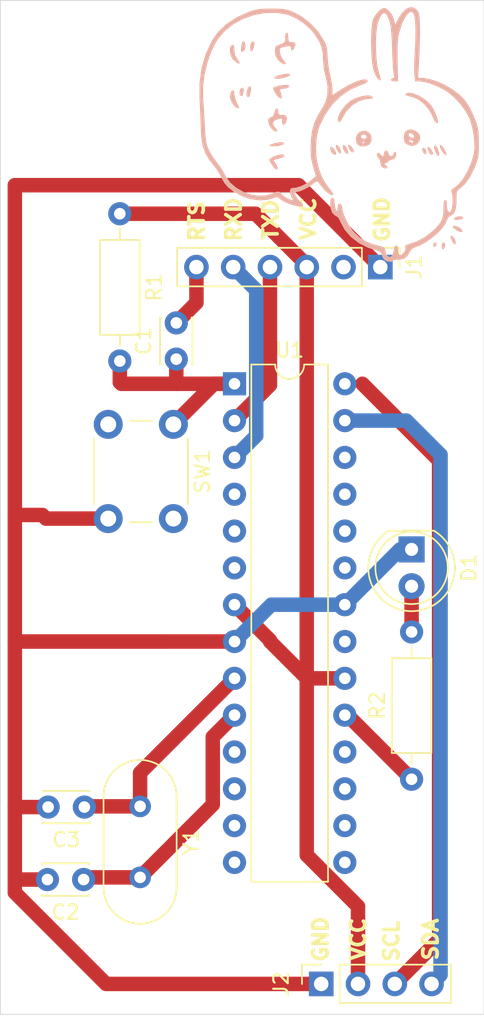
<source format=kicad_pcb>
(kicad_pcb (version 20240108) (generator "pcbnew") (generator_version "8.0")
  (layers (0 "F.Cu" signal) (31 "B.Cu" signal) (34 "B.Paste" user) (35 "F.Paste" user) (36 "B.SilkS" user "B.Silkscreen") (37 "F.SilkS" user "F.Silkscreen") (38 "B.Mask" user) (39 "F.Mask" user) (44 "Edge.Cuts" user))
  (net 0 "")
  (net 1 "Net-(U1-~{RESET}{slash}PC6)")
  (net 2 "Net-(U1-XTAL2{slash}PB7)")
  (net 3 "GND")
  (net 4 "Net-(U1-XTAL1{slash}PB6)")
  (net 5 "Net-(D1-A)")
  (net 6 "VCC")
  (net 7 "Net-(J2-Pin_3)")
  (net 9 "Net-(J2-Pin_4)")
  (net 20 "Net-(J1-Pin_6)")
  (net 21 "Net-(J1-Pin_5)")
  (net 22 "Net-(J1-Pin_4)")
  (net 24 "Net-(U1-PB5)")
  (footprint "Connector_PinHeader_2.54mm:PinHeader_1x06_P2.54mm_Vertical" (layer "F.Cu") (at 140.24 54.95 -90)
    (property "Reference" "J1" (at 0 -2.33 90) (layer "F.SilkS"))
    (property "Value" "CH340E_MODULE")
    (fp_line (start -1.33 14.03) (end 1.33 14.03) (stroke (width 0.12)) (layer "F.SilkS"))
    (fp_line (start -1.33 1.27) (end -1.33 14.03) (stroke (width 0.12)) (layer "F.SilkS"))
    (fp_line (start -1.33 1.27) (end 1.33 1.27) (stroke (width 0.12)) (layer "F.SilkS"))
    (fp_line (start 1.33 1.27) (end 1.33 14.03) (stroke (width 0.12)) (layer "F.SilkS"))
    (fp_line (start -1.33 0) (end -1.33 -1.33) (stroke (width 0.12)) (layer "F.SilkS"))
    (fp_line (start -1.33 -1.33) (end 0 -1.33) (stroke (width 0.12)) (layer "F.SilkS"))
    (pad "1" thru_hole rect (at 0 0 270) (size 1.7 1.7) (drill 1) (layers "*.Cu" "*.Mask") (net 3 "GND"))
    (pad "2" thru_hole oval (at 0 2.54 270) (size 1.7 1.7) (drill 1) (layers "*.Cu" "*.Mask"))
    (pad "3" thru_hole oval (at 0 5.08 270) (size 1.7 1.7) (drill 1) (layers "*.Cu" "*.Mask") (net 6 "VCC"))
    (pad "4" thru_hole oval (at 0 7.62 270) (size 1.7 1.7) (drill 1) (layers "*.Cu" "*.Mask") (net 22 "Net-(J1-Pin_4)"))
    (pad "5" thru_hole oval (at 0 10.16 270) (size 1.7 1.7) (drill 1) (layers "*.Cu" "*.Mask") (net 21 "Net-(J1-Pin_5)"))
    (pad "6" thru_hole oval (at 0 12.7 270) (size 1.7 1.7) (drill 1) (layers "*.Cu" "*.Mask") (net 20 "Net-(J1-Pin_6)"))
  )
  (footprint "Button_Switch_THT:SW_PUSH_6mm" (layer "F.Cu") (at 125.95 65.8 -90)
    (property "Reference" "SW1" (at 3.25 -2 90) (layer "F.SilkS"))
    (property "Value" "SW_Push")
    (fp_line (start 1 5.5) (end 5.5 5.5) (stroke (width 0.12)) (layer "F.SilkS"))
    (fp_line (start 6.75 3) (end 6.75 1.5) (stroke (width 0.12)) (layer "F.SilkS"))
    (fp_line (start -0.25 1.5) (end -0.25 3) (stroke (width 0.12)) (layer "F.SilkS"))
    (fp_line (start 5.5 -1) (end 1 -1) (stroke (width 0.12)) (layer "F.SilkS"))
    (pad "1" thru_hole circle (at 0 0) (size 2 2) (drill 1.1) (layers "*.Cu" "*.Mask") (net 1 "Net-(U1-~{RESET}{slash}PC6)"))
    (pad "1" thru_hole circle (at 6.5 0) (size 2 2) (drill 1.1) (layers "*.Cu" "*.Mask") (net 1 "Net-(U1-~{RESET}{slash}PC6)"))
    (pad "2" thru_hole circle (at 0 4.5) (size 2 2) (drill 1.1) (layers "*.Cu" "*.Mask") (net 3 "GND"))
    (pad "2" thru_hole circle (at 6.5 4.5) (size 2 2) (drill 1.1) (layers "*.Cu" "*.Mask") (net 3 "GND"))
  )
  (footprint "Capacitor_THT:C_Disc_D3.0mm_W2.0mm_P2.50mm" (layer "F.Cu") (at 126.15 61.3 90)
    (property "Reference" "C1" (at 1.25 -2.25 90) (layer "F.SilkS"))
    (property "Value" "0.1μ")
    (fp_line (start 2.87 -1.12) (end 2.87 -1.055) (stroke (width 0.12)) (layer "F.SilkS"))
    (fp_line (start -0.37 -1.12) (end 2.87 -1.12) (stroke (width 0.12)) (layer "F.SilkS"))
    (fp_line (start -0.37 -1.12) (end -0.37 -1.055) (stroke (width 0.12)) (layer "F.SilkS"))
    (fp_line (start 2.87 1.055) (end 2.87 1.12) (stroke (width 0.12)) (layer "F.SilkS"))
    (fp_line (start -0.37 1.055) (end -0.37 1.12) (stroke (width 0.12)) (layer "F.SilkS"))
    (fp_line (start -0.37 1.12) (end 2.87 1.12) (stroke (width 0.12)) (layer "F.SilkS"))
    (pad "1" thru_hole circle (at 0 0 90) (size 1.6 1.6) (drill 0.8) (layers "*.Cu" "*.Mask") (net 1 "Net-(U1-~{RESET}{slash}PC6)"))
    (pad "2" thru_hole circle (at 2.5 0 90) (size 1.6 1.6) (drill 0.8) (layers "*.Cu" "*.Mask") (net 20 "Net-(J1-Pin_6)"))
  )
  (footprint "Capacitor_THT:C_Disc_D3.0mm_W2.0mm_P2.50mm" (layer "F.Cu") (at 119.8 92.2 180)
    (property "Reference" "C3" (at 1.25 -2.25 180) (layer "F.SilkS"))
    (property "Value" "22p")
    (fp_line (start 2.87 1.055) (end 2.87 1.12) (stroke (width 0.12)) (layer "F.SilkS"))
    (fp_line (start 2.87 -1.12) (end 2.87 -1.055) (stroke (width 0.12)) (layer "F.SilkS"))
    (fp_line (start -0.37 1.12) (end 2.87 1.12) (stroke (width 0.12)) (layer "F.SilkS"))
    (fp_line (start -0.37 1.055) (end -0.37 1.12) (stroke (width 0.12)) (layer "F.SilkS"))
    (fp_line (start -0.37 -1.12) (end 2.87 -1.12) (stroke (width 0.12)) (layer "F.SilkS"))
    (fp_line (start -0.37 -1.12) (end -0.37 -1.055) (stroke (width 0.12)) (layer "F.SilkS"))
    (pad "1" thru_hole circle (at 0 0 180) (size 1.6 1.6) (drill 0.8) (layers "*.Cu" "*.Mask") (net 4 "Net-(U1-XTAL1{slash}PB6)"))
    (pad "2" thru_hole circle (at 2.5 0 180) (size 1.6 1.6) (drill 0.8) (layers "*.Cu" "*.Mask") (net 3 "GND"))
  )
  (footprint "Cduino:usagi" (layer "F.Cu") (at 137.448475 45.277091)
    (property "Reference" "G***" (hide yes))
    (property "Value" "LOGO" (hide yes))
    (fp_poly (pts (xy 6.458239 8.029252) (xy 6.434667 8.128) (xy 6.477038 8.275499) (xy 6.582455 8.280299) (xy 6.632223 8.240888) (xy 6.689207 8.105285) (xy 6.640241 7.987098) (xy 6.561667 7.958666)) (fill solid) (layer "B.SilkS"))
    (fp_poly (pts (xy 7.053508 8.034394) (xy 7.027334 8.212666) (xy 7.056878 8.404492) (xy 7.127477 8.463664) (xy 7.212074 8.374149) (xy 7.229942 8.332741) (xy 7.279268 8.104765) (xy 7.223633 7.977074) (xy 7.154334 7.958666)) (fill solid) (layer "B.SilkS"))
    (fp_poly (pts (xy -6.13499 -5.802209) (xy -6.193383 -5.56429) (xy -6.198803 -5.511343) (xy -6.188514 -5.280241) (xy -6.123343 -5.201218) (xy -6.029516 -5.277709) (xy -5.943605 -5.477916) (xy -5.892087 -5.74299) (xy -5.928753 -5.877954) (xy -6.041487 -5.913951)) (fill solid) (layer "B.SilkS"))
    (fp_poly (pts (xy 5.683859 1.503014) (xy 5.672667 1.550151) (xy 5.712356 1.696359) (xy 5.802561 1.832992) (xy 5.899992 1.907351) (xy 5.951993 1.890186) (xy 5.977325 1.736419) (xy 5.927398 1.563063) (xy 5.83093 1.449941) (xy 5.789792 1.439333)) (fill solid) (layer "B.SilkS"))
    (fp_poly (pts (xy -6.850164 -2.649666) (xy -6.891274 -2.575409) (xy -6.941426 -2.345096) (xy -6.909742 -2.175891) (xy -6.815666 -2.116667) (xy -6.702501 -2.173609) (xy -6.68751 -2.2225) (xy -6.665662 -2.385839) (xy -6.635302 -2.518834) (xy -6.645594 -2.667402) (xy -6.738304 -2.715674)) (fill solid) (layer "B.SilkS"))
    (fp_poly (pts (xy -0.665592 1.419595) (xy -0.66188 1.572663) (xy -0.591678 1.75129) (xy -0.559473 1.799166) (xy -0.420669 1.921697) (xy -0.302351 1.935767) (xy -0.254 1.839172) (xy -0.301408 1.686485) (xy -0.411294 1.511231) (xy -0.535143 1.381841) (xy -0.597467 1.354666)) (fill solid) (layer "B.SilkS"))
    (fp_poly (pts (xy -0.263802 1.247071) (xy -0.281324 1.369328) (xy -0.214978 1.576222) (xy -0.206771 1.593039) (xy -0.081296 1.790918) (xy 0.020947 1.857513) (xy 0.078744 1.78415) (xy 0.084667 1.712172) (xy 0.037723 1.531908) (xy -0.052131 1.36637) (xy -0.181156 1.236927)) (fill solid) (layer "B.SilkS"))
    (fp_poly (pts (xy 0.586198 1.231664) (xy 0.567274 1.331493) (xy 0.629082 1.512148) (xy 0.637485 1.528804) (xy 0.776581 1.7307) (xy 0.898344 1.769401) (xy 0.967517 1.703284) (xy 0.954827 1.593058) (xy 0.861868 1.438933) (xy 0.73474 1.297924) (xy 0.619541 1.22705)) (fill solid) (layer "B.SilkS"))
    (fp_poly (pts (xy 6.508523 1.31602) (xy 6.507648 1.467031) (xy 6.58338 1.698574) (xy 6.694333 1.927836) (xy 6.787021 2.024578) (xy 6.845644 1.97913) (xy 6.858 1.86665) (xy 6.827524 1.682539) (xy 6.754702 1.478377) (xy 6.667441 1.319854) (xy 6.604521 1.27)) (fill solid) (layer "B.SilkS"))
    (fp_poly (pts (xy 7.635281 7.505581) (xy 7.644143 7.639929) (xy 7.749175 7.878204) (xy 7.856526 8.066189) (xy 7.927303 8.119321) (xy 7.991591 8.058409) (xy 7.997079 8.049677) (xy 8.000874 7.911497) (xy 7.928019 7.722469) (xy 7.814503 7.558187) (xy 7.735532 7.500314)) (fill solid) (layer "B.SilkS"))
    (fp_poly (pts (xy 8.003737 6.213207) (xy 7.892512 6.283373) (xy 7.874 6.354996) (xy 7.9473 6.411267) (xy 8.133852 6.420731) (xy 8.383632 6.381479) (xy 8.407853 6.375401) (xy 8.528066 6.306613) (xy 8.513793 6.226444) (xy 8.393045 6.171143) (xy 8.247613 6.168015)) (fill solid) (layer "B.SilkS"))
    (fp_poly (pts (xy 0.193138 1.337273) (xy 0.228402 1.541209) (xy 0.252049 1.603956) (xy 0.355643 1.76932) (xy 0.475327 1.859617) (xy 0.567604 1.853157) (xy 0.592667 1.773795) (xy 0.556437 1.643154) (xy 0.468233 1.44453) (xy 0.458462 1.4254) (xy 0.334265 1.256794) (xy 0.237125 1.234943)) (fill solid) (layer "B.SilkS"))
    (fp_poly (pts (xy 6.062428 1.360249) (xy 6.05099 1.472823) (xy 6.107381 1.653209) (xy 6.200363 1.831889) (xy 6.298697 1.939344) (xy 6.326229 1.947333) (xy 6.424223 1.879931) (xy 6.434667 1.829713) (xy 6.391055 1.695426) (xy 6.288571 1.535497) (xy 6.169739 1.403558) (xy 6.077085 1.353241)) (fill solid) (layer "B.SilkS"))
    (fp_poly (pts (xy 7.853673 6.82823) (xy 7.794204 6.913242) (xy 7.877621 7.021326) (xy 8.05073 7.133166) (xy 8.289748 7.252264) (xy 8.420047 7.26716) (xy 8.46561 7.178838) (xy 8.466667 7.150246) (xy 8.395968 7.041073) (xy 8.229171 6.925616) (xy 8.034225 6.839568) (xy 7.879078 6.818624)) (fill solid) (layer "B.SilkS"))
    (fp_poly (pts (xy -6.737069 -5.879213) (xy -6.777869 -5.727622) (xy -6.813436 -5.5245) (xy -6.839975 -5.293294) (xy -6.813672 -5.186497) (xy -6.7475 -5.164667) (xy -6.611728 -5.233374) (xy -6.570725 -5.298592) (xy -6.523235 -5.525429) (xy -6.535375 -5.744915) (xy -6.60223 -5.882656) (xy -6.609632 -5.887815) (xy -6.687248 -5.921455)) (fill solid) (layer "B.SilkS"))
    (fp_poly (pts (xy -3.794389 -3.657735) (xy -4.061499 -3.605397) (xy -4.315002 -3.533435) (xy -4.497598 -3.454795) (xy -4.552669 -3.402324) (xy -4.507351 -3.33353) (xy -4.331679 -3.311977) (xy -4.058182 -3.338607) (xy -3.844942 -3.381823) (xy -3.551971 -3.473795) (xy -3.425236 -3.569399) (xy -3.448557 -3.651758) (xy -3.570974 -3.677504)) (fill solid) (layer "B.SilkS"))
    (fp_poly (pts (xy 6.920388 1.258412) (xy 6.903778 1.393205) (xy 7.015454 1.631668) (xy 7.023503 1.644802) (xy 7.173647 1.849894) (xy 7.293493 1.945312) (xy 7.359731 1.915897) (xy 7.366 1.867506) (xy 7.326061 1.749921) (xy 7.226233 1.552884) (xy 7.185124 1.481116) (xy 7.040529 1.283602) (xy 6.935676 1.246904)) (fill solid) (layer "B.SilkS"))
    (fp_poly (pts (xy -6.313493 -2.751094) (xy -6.384451 -2.60282) (xy -6.443202 -2.319842) (xy -6.45345 -2.252451) (xy -6.4268 -2.113273) (xy -6.338799 -2.041991) (xy -6.247101 -2.082592) (xy -6.241878 -2.091031) (xy -6.202459 -2.212872) (xy -6.154885 -2.426891) (xy -6.145616 -2.4765) (xy -6.121145 -2.6891) (xy -6.157217 -2.780528) (xy -6.21755 -2.794)) (fill solid) (layer "B.SilkS"))
    (fp_poly (pts (xy -4.227445 1.068822) (xy -4.487497 1.11604) (xy -4.719953 1.185228) (xy -4.862537 1.264508) (xy -4.873591 1.278507) (xy -4.83051 1.32065) (xy -4.675396 1.343365) (xy -4.464608 1.345065) (xy -4.254504 1.324161) (xy -4.148666 1.298941) (xy -3.953419 1.234858) (xy -3.901675 1.218183) (xy -3.829967 1.15504) (xy -3.873662 1.087803) (xy -4.002074 1.055451)) (fill solid) (layer "B.SilkS"))
    (fp_poly (pts (xy -7.532803 -5.60275) (xy -7.597729 -5.423684) (xy -7.599937 -5.181494) (xy -7.541957 -4.922207) (xy -7.426321 -4.691849) (xy -7.343537 -4.598137) (xy -7.120001 -4.415605) (xy -6.979926 -4.351511) (xy -6.914503 -4.374386) (xy -6.92991 -4.464992) (xy -7.032526 -4.625827) (xy -7.072027 -4.674913) (xy -7.230269 -4.940318) (xy -7.28107 -5.266159) (xy -7.281333 -5.298163) (xy -7.300079 -5.551259) (xy -7.361466 -5.662505) (xy -7.402627 -5.672667)) (fill solid) (layer "B.SilkS"))
    (fp_poly (pts (xy -7.492682 -2.466193) (xy -7.561617 -2.287622) (xy -7.588481 -2.068568) (xy -7.561587 -1.88476) (xy -7.446949 -1.652574) (xy -7.293113 -1.440555) (xy -7.141224 -1.299528) (xy -7.063901 -1.27) (xy -6.954663 -1.285001) (xy -6.942666 -1.296431) (xy -6.976093 -1.381336) (xy -7.060724 -1.565967) (xy -7.112 -1.673341) (xy -7.218122 -1.950337) (xy -7.277066 -2.215564) (xy -7.281333 -2.281911) (xy -7.315821 -2.479815) (xy -7.39775 -2.54)) (fill solid) (layer "B.SilkS"))
    (fp_poly (pts (xy -4.262688 1.935025) (xy -4.517006 2.014318) (xy -4.731888 2.113917) (xy -4.775871 2.14283) (xy -4.862339 2.219877) (xy -4.873976 2.305844) (xy -4.802811 2.448895) (xy -4.698504 2.610228) (xy -4.533564 2.842333) (xy -4.421133 2.946155) (xy -4.333028 2.942281) (xy -4.290899 2.908011) (xy -4.295596 2.80829) (xy -4.375765 2.628746) (xy -4.409112 2.571903) (xy -4.582647 2.291119) (xy -4.196323 2.193841) (xy -3.923099 2.104958) (xy -3.815202 2.015693) (xy -3.868656 1.922282) (xy -3.892713 1.906207) (xy -4.033176 1.893251)) (fill solid) (layer "B.SilkS"))
    (fp_poly (pts (xy -3.866372 -2.890452) (xy -4.137694 -2.853906) (xy -4.393126 -2.79754) (xy -4.573091 -2.73022) (xy -4.606899 -2.706027) (xy -4.610098 -2.598697) (xy -4.5285 -2.420255) (xy -4.39616 -2.220203) (xy -4.247134 -2.048042) (xy -4.115477 -1.953274) (xy -4.084943 -1.947334) (xy -4.000257 -1.994649) (xy -4.017327 -2.137834) (xy -4.084962 -2.358457) (xy -4.121743 -2.4765) (xy -4.120757 -2.584103) (xy -3.999944 -2.623453) (xy -3.925708 -2.625964) (xy -3.686237 -2.656132) (xy -3.527651 -2.729569) (xy -3.486074 -2.824964) (xy -3.514374 -2.868615) (xy -3.638739 -2.89831)) (fill solid) (layer "B.SilkS"))
    (fp_poly (pts (xy 1.52853 -2.123731) (xy 1.16335 -2.013656) (xy 0.828286 -1.863076) (xy 0.679453 -1.769802) (xy 0.408077 -1.528933) (xy 0.161596 -1.2329) (xy -0.030666 -0.926001) (xy -0.139387 -0.652535) (xy -0.151467 -0.51453) (xy -0.098608 -0.328157) (xy -0.010605 -0.301882) (xy 0.102375 -0.432646) (xy 0.191638 -0.617821) (xy 0.454465 -1.070404) (xy 0.82494 -1.454856) (xy 1.263807 -1.740724) (xy 1.731813 -1.897555) (xy 1.862667 -1.914191) (xy 2.078974 -1.931098) (xy 2.215074 -1.941753) (xy 2.2225 -1.942336) (xy 2.289882 -1.9918) (xy 2.24519 -2.082544) (xy 2.116101 -2.15918) (xy 1.865541 -2.177505)) (fill solid) (layer "B.SilkS"))
    (fp_poly (pts (xy 4.583021 -2.323799) (xy 4.549723 -2.29759) (xy 4.506302 -2.240955) (xy 4.528454 -2.195212) (xy 4.644152 -2.145953) (xy 4.881367 -2.07877) (xy 5.068817 -2.030229) (xy 5.433713 -1.865106) (xy 5.798162 -1.577775) (xy 6.120341 -1.210227) (xy 6.358429 -0.804456) (xy 6.404587 -0.688986) (xy 6.51311 -0.44733) (xy 6.625759 -0.291442) (xy 6.719153 -0.241526) (xy 6.769911 -0.317782) (xy 6.773334 -0.370356) (xy 6.730741 -0.599194) (xy 6.620989 -0.904566) (xy 6.471116 -1.222295) (xy 6.308163 -1.488201) (xy 6.294906 -1.505924) (xy 6.047216 -1.765285) (xy 5.736424 -1.997224) (xy 5.398569 -2.185394) (xy 5.06969 -2.313445) (xy 4.785827 -2.36503)) (fill solid) (layer "B.SilkS"))
    (fp_poly (pts (xy 1.390313 0.324354) (xy 1.188291 0.510545) (xy 1.098026 0.775265) (xy 1.139271 1.081206) (xy 1.188313 1.190899) (xy 1.33818 1.312244) (xy 1.573753 1.358823) (xy 1.828473 1.329957) (xy 2.035779 1.224963) (xy 2.061212 1.199833) (xy 2.126431 1.075496) (xy 1.725137 1.075496) (xy 1.608667 1.087298) (xy 1.488472 1.073992) (xy 1.502834 1.044593) (xy 1.676176 1.03341) (xy 1.7145 1.044593) (xy 1.725137 1.075496) (xy 2.126431 1.075496) (xy 2.190041 0.954227) (xy 2.190285 0.708415) (xy 1.839125 0.708415) (xy 1.821996 0.75931) (xy 1.698278 0.829688) (xy 1.545332 0.797035) (xy 1.460476 0.698544) (xy 1.49036 0.588908) (xy 1.613384 0.528717) (xy 1.754717 0.545966) (xy 1.793248 0.574047) (xy 1.839125 0.708415) (xy 2.190285 0.708415) (xy 2.190303 0.689835) (xy 2.080937 0.454195) (xy 1.880888 0.294848) (xy 1.684339 0.254)) (fill solid) (layer "B.SilkS"))
    (fp_poly (pts (xy -4.460318 -1.186129) (xy -4.523432 -0.994834) (xy -4.61695 -0.757793) (xy -4.744958 -0.677438) (xy -4.75056 -0.677334) (xy -4.906072 -0.615453) (xy -4.962453 -0.452482) (xy -4.922665 -0.222428) (xy -4.789668 0.040705) (xy -4.674998 0.1905) (xy -4.53009 0.303141) (xy -4.392058 0.337689) (xy -4.31959 0.282001) (xy -4.318 0.264366) (xy -4.375734 0.152615) (xy -4.43585 0.09226) (xy -4.562553 -0.07868) (xy -4.602614 -0.269865) (xy -4.542092 -0.408546) (xy -4.391332 -0.483761) (xy -4.205682 -0.5419) (xy -4.038276 -0.567434) (xy -3.985561 -0.502639) (xy -3.994016 -0.363074) (xy -3.974146 -0.17968) (xy -3.885485 -0.12512) (xy -3.771312 -0.201287) (xy -3.693345 -0.349927) (xy -3.646001 -0.619366) (xy -3.722797 -0.784871) (xy -3.916928 -0.834915) (xy -3.976084 -0.829084) (xy -4.151999 -0.822185) (xy -4.226691 -0.904095) (xy -4.250275 -1.052451) (xy -4.297932 -1.255109) (xy -4.373796 -1.298435)) (fill solid) (layer "B.SilkS"))
    (fp_poly (pts (xy 4.665304 0.213128) (xy 4.535715 0.30238) (xy 4.434336 0.502676) (xy 4.407168 0.772361) (xy 4.457017 1.027284) (xy 4.5085 1.1189) (xy 4.719212 1.268675) (xy 4.991211 1.317433) (xy 5.247615 1.256489) (xy 5.316477 1.210171) (xy 5.469412 1.016) (xy 5.08 1.016) (xy 5.026701 1.094782) (xy 4.872495 1.044353) (xy 4.826 1.016) (xy 4.759508 0.95424) (xy 4.8436 0.933571) (xy 4.8895 0.932629) (xy 5.038152 0.963488) (xy 5.08 1.016) (xy 5.469412 1.016) (xy 5.475537 1.008223) (xy 5.550166 0.82976) (xy 5.540302 0.690297) (xy 5.118957 0.690297) (xy 5.107488 0.70629) (xy 5.044503 0.755344) (xy 4.958168 0.741671) (xy 4.875259 0.710608) (xy 4.765396 0.614941) (xy 4.749991 0.495675) (xy 4.833403 0.42524) (xy 4.857967 0.423333) (xy 4.994717 0.473506) (xy 5.099801 0.583005) (xy 5.118957 0.690297) (xy 5.540302 0.690297) (xy 5.533014 0.587248) (xy 5.391505 0.381222) (xy 5.170086 0.234789) (xy 4.913203 0.171055)) (fill solid) (layer "B.SilkS"))
    (fp_poly (pts (xy 3.082693 1.675404) (xy 3.048 1.814125) (xy 3.009962 1.984695) (xy 2.924081 2.027278) (xy 2.832709 1.924646) (xy 2.824618 1.905) (xy 2.728624 1.798427) (xy 2.609244 1.789347) (xy 2.541184 1.879346) (xy 2.54 1.898952) (xy 2.595755 2.054692) (xy 2.667 2.146904) (xy 2.769286 2.331316) (xy 2.794 2.474685) (xy 2.834553 2.675463) (xy 2.8956 2.777066) (xy 3.036693 2.856582) (xy 3.193782 2.875055) (xy 3.2939 2.828689) (xy 3.302 2.798207) (xy 3.237176 2.694273) (xy 3.161209 2.638956) (xy 3.074742 2.573234) (xy 3.136383 2.524849) (xy 3.203542 2.502043) (xy 3.347501 2.426053) (xy 3.386667 2.364961) (xy 3.456835 2.298565) (xy 3.539067 2.286) (xy 3.754754 2.212876) (xy 3.878 2.018074) (xy 3.894667 1.888066) (xy 3.858546 1.724555) (xy 3.77977 1.711759) (xy 3.702722 1.855494) (xy 3.700802 1.862666) (xy 3.607024 2.005597) (xy 3.479482 2.015121) (xy 3.383346 1.895254) (xy 3.371389 1.842364) (xy 3.299658 1.675321) (xy 3.184724 1.618034)) (fill solid) (layer "B.SilkS"))
    (fp_poly (pts (xy -3.714933 -6.472435) (xy -3.760528 -6.380406) (xy -3.784806 -6.181261) (xy -3.771519 -6.10524) (xy -3.768044 -5.93148) (xy -3.89484 -5.796) (xy -4.169833 -5.67837) (xy -4.369103 -5.60074) (xy -4.460724 -5.500945) (xy -4.486287 -5.31755) (xy -4.487333 -5.209388) (xy -4.452756 -4.911526) (xy -4.323371 -4.674909) (xy -4.241697 -4.580954) (xy -4.058867 -4.422345) (xy -3.883811 -4.327363) (xy -3.759478 -4.313616) (xy -3.725333 -4.369278) (xy -3.774891 -4.461054) (xy -3.897868 -4.624718) (xy -3.937 -4.672108) (xy -4.065719 -4.885433) (xy -4.139711 -5.124554) (xy -4.14785 -5.331443) (xy -4.085166 -5.444884) (xy -3.966556 -5.482421) (xy -3.754546 -5.528989) (xy -3.704166 -5.538384) (xy -3.496699 -5.56515) (xy -3.406441 -5.532441) (xy -3.386666 -5.423203) (xy -3.386666 -5.422504) (xy -3.349897 -5.275635) (xy -3.263025 -5.269031) (xy -3.161203 -5.396651) (xy -3.130571 -5.466512) (xy -3.060469 -5.69153) (xy -3.085139 -5.803563) (xy -3.221698 -5.840105) (xy -3.302 -5.842) (xy -3.464866 -5.855374) (xy -3.537267 -5.927847) (xy -3.555599 -6.107945) (xy -3.556 -6.180667) (xy -3.579 -6.412379) (xy -3.63732 -6.514851)) (fill solid) (layer "B.SilkS"))
    (fp_poly (pts (xy -5.195815 -8.155023) (xy -5.535225 -8.133807) (xy -5.81369 -8.0896) (xy -6.085335 -8.014289) (xy -6.35 -7.920249) (xy -7.151047 -7.553308) (xy -7.842496 -7.099317) (xy -8.406438 -6.572253) (xy -8.822063 -5.991286) (xy -9.263836 -5.051431) (xy -9.554193 -4.075672) (xy -9.697412 -3.043796) (xy -9.697772 -1.935588) (xy -9.693794 -1.872962) (xy -9.663859 -1.350341) (xy -9.63792 -0.764694) (xy -9.619773 -0.20781) (xy -9.614639 0.042333) (xy -9.575948 0.742724) (xy -9.4731 1.323024) (xy -9.291951 1.82492) (xy -9.018357 2.290099) (xy -8.726318 2.660469) (xy -8.501982 2.95485) (xy -8.298427 3.279988) (xy -8.211975 3.450281) (xy -8.003292 3.840511) (xy -7.739709 4.154485) (xy -7.370223 4.451544) (xy -7.323666 4.483854) (xy -6.777024 4.785198) (xy -6.184777 4.984042) (xy -5.588288 5.073228) (xy -5.028919 5.045597) (xy -4.660626 4.944705) (xy -4.441589 4.865491) (xy -4.312892 4.857539) (xy -4.210466 4.922603) (xy -4.173864 4.95804) (xy -3.922931 5.136888) (xy -3.566231 5.302004) (xy -3.166879 5.427284) (xy -2.928672 5.473076) (xy -2.685999 5.495912) (xy -2.569355 5.472023) (xy -2.54 5.396899) (xy -2.608472 5.255694) (xy -2.666515 5.218901) (xy -2.783675 5.120732) (xy -2.930294 4.936697) (xy -3.060876 4.732043) (xy -3.129925 4.572015) (xy -3.13235 4.550833) (xy -3.061408 4.499541) (xy -2.95996 4.487333) (xy -2.745143 4.439462) (xy -2.45281 4.314342) (xy -2.1383 4.139709) (xy -1.856957 3.943301) (xy -1.829335 3.92066) (xy -1.658747 3.80526) (xy -1.5417 3.774989) (xy -1.526901 3.784064) (xy -1.44612 3.885599) (xy -1.300452 4.072909) (xy -1.187843 4.219035) (xy -0.976379 4.451466) (xy -0.756054 4.626238) (xy -0.565125 4.718501) (xy -0.441966 4.703522) (xy -0.467424 4.620308) (xy -0.57518 4.443358) (xy -0.739428 4.21432) (xy -0.96799 3.905023) (xy -1.129052 3.653358) (xy -1.253948 3.398747) (xy -1.374014 3.080608) (xy -1.462638 2.816157) (xy -1.605463 2.178867) (xy -1.652241 1.475833) (xy -1.604117 0.770924) (xy -1.462235 0.128008) (xy -1.411837 -0.016638) (xy -1.03314 -0.805563) (xy -0.538773 -1.5045) (xy 0.052731 -2.09537) (xy 0.722838 -2.560096) (xy 1.453013 -2.880597) (xy 1.556911 -2.912332) (xy 1.80229 -3.011978) (xy 1.924203 -3.122446) (xy 1.9067 -3.223167) (xy 1.831898 -3.266945) (xy 1.624144 -3.276016) (xy 1.312914 -3.201419) (xy 0.933522 -3.056495) (xy 0.521282 -2.854586) (xy 0.140053 -2.627806) (xy -0.508 -2.204753) (xy -0.508593 -2.562877) (xy -0.529184 -2.817411) (xy -0.534913 -2.854613) (xy -0.859617 -2.854613) (xy -0.862025 -2.23662) (xy -1.014652 -1.679505) (xy -1.20424 -1.330865) (xy -1.550466 -0.760006) (xy -1.785883 -0.237122) (xy -1.930225 0.297671) (xy -2.003225 0.904252) (xy -2.014981 1.129351) (xy -2.026281 1.594201) (xy -2.013537 1.953387) (xy -1.970635 2.269627) (xy -1.891461 2.605639) (xy -1.860063 2.718476) (xy -1.668879 3.389915) (xy -1.998606 3.681) (xy -2.302563 3.897828) (xy -2.656713 4.074511) (xy -3.001069 4.185932) (xy -3.259625 4.209004) (xy -3.40332 4.256797) (xy -3.45752 4.417193) (xy -3.417336 4.656114) (xy -3.347296 4.820269) (xy -3.266502 4.991047) (xy -3.268462 5.062041) (xy -3.37422 5.039306) (xy -3.604823 4.928897) (xy -3.648164 4.906841) (xy -3.864696 4.776747) (xy -4.008387 4.654073) (xy -4.032338 4.617054) (xy -4.16158 4.47289) (xy -4.383611 4.469394) (xy -4.637314 4.573479) (xy -5.088281 4.724974) (xy -5.600507 4.749965) (xy -6.139362 4.661518) (xy -6.67022 4.4727) (xy -7.158453 4.196577) (xy -7.569433 3.846216) (xy -7.868532 3.434682) (xy -7.916343 3.336189) (xy -8.100252 2.991777) (xy -8.336808 2.638818) (xy -8.463467 2.481206) (xy -8.69957 2.17353) (xy -8.928315 1.812907) (xy -9.031195 1.619164) (xy -9.122445 1.413285) (xy -9.189002 1.212356) (xy -9.236997 0.979765) (xy -9.27256 0.678896) (xy -9.301823 0.273136) (xy -9.323574 -0.127) (xy -9.351117 -0.638367) (xy -9.381554 -1.150292) (xy -9.411592 -1.610474) (xy -9.437942 -1.966612) (xy -9.443456 -2.032) (xy -9.447694 -2.770404) (xy -9.3484 -3.571338) (xy -9.158665 -4.382911) (xy -8.891579 -5.153228) (xy -8.560231 -5.830397) (xy -8.434678 -6.031063) (xy -7.960047 -6.593702) (xy -7.365581 -7.067047) (xy -6.681198 -7.440852) (xy -5.936816 -7.704868) (xy -5.162353 -7.848845) (xy -4.387726 -7.862536) (xy -3.642853 -7.735692) (xy -3.543751 -7.70648) (xy -3.025722 -7.480301) (xy -2.503168 -7.139054) (xy -2.034126 -6.725025) (xy -1.766541 -6.411597) (xy -1.454924 -5.931681) (xy -1.267241 -5.486365) (xy -1.184086 -5.020098) (xy -1.176058 -4.721146) (xy -1.115243 -3.998992) (xy -1.0065 -3.543852) (xy -0.859617 -2.854613) (xy -0.534913 -2.854613) (xy -0.583186 -3.168061) (xy -0.65986 -3.547466) (xy -0.677926 -3.624864) (xy -0.76061 -4.043749) (xy -0.82077 -4.4896) (xy -0.846454 -4.871969) (xy -0.846666 -4.901681) (xy -0.86983 -5.318401) (xy -0.950163 -5.650206) (xy -1.043666 -5.863761) (xy -1.472585 -6.544642) (xy -2.017919 -7.144591) (xy -2.647847 -7.633449) (xy -3.23925 -7.944633) (xy -3.495642 -8.043109) (xy -3.729043 -8.106942) (xy -3.988414 -8.143196) (xy -4.322712 -8.158936) (xy -4.741333 -8.161362)) (fill solid) (layer "B.SilkS"))
    (fp_poly (pts (xy 4.596019 -8.155873) (xy 4.321601 -7.911388) (xy 4.066692 -7.536863) (xy 4.026762 -7.461148) (xy 3.827885 -7.069823) (xy 3.734368 -7.417115) (xy 3.602926 -7.737783) (xy 3.412234 -8.003182) (xy 3.197305 -8.172729) (xy 3.048 -8.212667) (xy 2.849473 -8.139351) (xy 2.627099 -7.943468) (xy 2.416191 -7.661115) (xy 2.303466 -7.451553) (xy 2.236666 -7.207495) (xy 2.189573 -6.833151) (xy 2.161865 -6.36638) (xy 2.153219 -5.845041) (xy 2.163316 -5.306992) (xy 2.191834 -4.790092) (xy 2.238451 -4.3322) (xy 2.302846 -3.971176) (xy 2.333948 -3.861042) (xy 2.460453 -3.551777) (xy 2.599786 -3.325095) (xy 2.73094 -3.208316) (xy 2.82601 -3.221121) (xy 2.82136 -3.315531) (xy 2.769563 -3.522161) (xy 2.691126 -3.76846) (xy 2.602287 -4.135511) (xy 2.539175 -4.618074) (xy 2.502315 -5.170951) (xy 2.492235 -5.748941) (xy 2.509463 -6.306847) (xy 2.554525 -6.799468) (xy 2.627949 -7.181605) (xy 2.650474 -7.253651) (xy 2.805535 -7.616756) (xy 2.957882 -7.810602) (xy 3.10689 -7.83519) (xy 3.251934 -7.690525) (xy 3.392387 -7.376609) (xy 3.433355 -7.250022) (xy 3.49834 -6.937752) (xy 3.54929 -6.472433) (xy 3.586724 -5.848211) (xy 3.605193 -5.312462) (xy 3.622458 -4.811047) (xy 3.645454 -4.356823) (xy 3.671988 -3.981741) (xy 3.699867 -3.717752) (xy 3.72225 -3.606445) (xy 3.756357 -3.448511) (xy 3.676527 -3.373701) (xy 3.626827 -3.358516) (xy 3.509246 -3.289768) (xy 3.529626 -3.207767) (xy 3.663182 -3.146035) (xy 3.793831 -3.132638) (xy 4.021667 -3.13261) (xy 3.992533 -4.550805) (xy 3.984609 -5.140831) (xy 3.989634 -5.596525) (xy 4.009591 -5.952531) (xy 4.04646 -6.243495) (xy 4.102224 -6.504061) (xy 4.104853 -6.514256) (xy 4.301624 -7.127751) (xy 4.531796 -7.582601) (xy 4.73496 -7.826008) (xy 4.873051 -7.934135) (xy 4.968373 -7.926614) (xy 5.061469 -7.844175) (xy 5.136542 -7.676004) (xy 5.188068 -7.354353) (xy 5.215568 -6.893497) (xy 5.218562 -6.307709) (xy 5.19657 -5.611265) (xy 5.158563 -4.953) (xy 5.136099 -4.517896) (xy 5.126652 -4.094054) (xy 5.130958 -3.740859) (xy 5.141494 -3.577167) (xy 5.187981 -3.132667) (xy 5.511139 -3.132667) (xy 5.867767 -3.08514) (xy 6.307081 -2.955956) (xy 6.776416 -2.765214) (xy 7.223107 -2.533011) (xy 7.434656 -2.398634) (xy 7.869933 -2.041973) (xy 8.29065 -1.596351) (xy 8.655112 -1.112629) (xy 8.921622 -0.641665) (xy 8.970715 -0.52501) (xy 9.10968 -0.072641) (xy 9.213626 0.445316) (xy 9.276057 0.973378) (xy 9.290475 1.456062) (xy 9.250383 1.837882) (xy 9.248423 1.846537) (xy 9.066121 2.460357) (xy 8.819175 3.035182) (xy 8.526285 3.539257) (xy 8.206157 3.940826) (xy 7.877494 4.208133) (xy 7.847719 4.224742) (xy 7.698484 4.332778) (xy 7.687008 4.447577) (xy 7.708304 4.494128) (xy 7.764141 4.697644) (xy 7.787245 4.993465) (xy 7.779325 5.317448) (xy 7.742095 5.60545) (xy 7.677268 5.793328) (xy 7.673479 5.798743) (xy 7.581611 5.904323) (xy 7.51637 5.872252) (xy 7.456884 5.768949) (xy 7.392062 5.547794) (xy 7.382239 5.30919) (xy 7.376462 5.109027) (xy 7.299396 5.038746) (xy 7.281334 5.037666) (xy 7.212312 5.072563) (xy 7.172767 5.198005) (xy 7.156015 5.445123) (xy 7.154095 5.630333) (xy 7.135866 6.022498) (xy 7.066317 6.333854) (xy 6.922616 6.611654) (xy 6.681928 6.903146) (xy 6.407908 7.174449) (xy 5.907378 7.567661) (xy 5.340287 7.881116) (xy 4.772969 8.078515) (xy 4.743525 8.085185) (xy 4.560177 8.14528) (xy 4.506538 8.240195) (xy 4.520876 8.334784) (xy 4.503964 8.53566) (xy 4.358976 8.721942) (xy 4.190191 8.849825) (xy 4.088191 8.837806) (xy 4.038608 8.67569) (xy 4.027718 8.486828) (xy 3.987257 8.249064) (xy 3.900601 8.162283) (xy 3.801915 8.228417) (xy 3.725362 8.449396) (xy 3.721905 8.469542) (xy 3.649562 8.774434) (xy 3.548471 8.934543) (xy 3.426983 8.974666) (xy 3.288934 8.899998) (xy 3.179173 8.71572) (xy 3.132717 8.481421) (xy 3.132667 8.473845) (xy 3.066809 8.320846) (xy 2.899834 8.249371) (xy 2.269453 8.083585) (xy 1.769662 7.883545) (xy 1.362216 7.627988) (xy 1.008869 7.295651) (xy 0.85507 7.112537) (xy 0.645989 6.804991) (xy 0.449301 6.441902) (xy 0.289021 6.075931) (xy 0.189165 5.759737) (xy 0.168037 5.60599) (xy 0.126636 5.410143) (xy 0.030892 5.288831) (xy -0.0752 5.285816) (xy -0.141712 5.403824) (xy -0.171825 5.608045) (xy -0.171907 5.614163) (xy -0.181133 5.784255) (xy -0.214036 5.804057) (xy -0.26431 5.72986) (xy -0.325123 5.547725) (xy -0.363593 5.289172) (xy -0.367569 5.22186) (xy -0.398435 4.976779) (xy -0.472483 4.874604) (xy -0.508 4.868333) (xy -0.606549 4.941708) (xy -0.66038 5.128748) (xy -0.669596 5.379825) (xy -0.634303 5.645312) (xy -0.554604 5.875579) (xy -0.505713 5.952676) (xy -0.354203 6.107877) (xy -0.225781 6.180019) (xy -0.217024 6.180666) (xy -0.125327 6.253052) (xy -0.015719 6.436998) (xy 0.037232 6.560089) (xy 0.332169 7.107349) (xy 0.765797 7.601192) (xy 1.310293 8.01897) (xy 1.937832 8.338033) (xy 2.407372 8.489455) (xy 2.666807 8.568564) (xy 2.80835 8.663347) (xy 2.882098 8.810785) (xy 2.892518 8.847568) (xy 2.987058 9.065303) (xy 3.104828 9.207401) (xy 3.298118 9.291329) (xy 3.509219 9.308403) (xy 3.661761 9.255194) (xy 3.680175 9.233239) (xy 3.789036 9.185072) (xy 3.997645 9.165304) (xy 4.061018 9.166358) (xy 4.399873 9.11671) (xy 4.655167 8.928741) (xy 4.828982 8.628802) (xy 4.993556 8.406646) (xy 5.154218 8.3278) (xy 5.52269 8.193999) (xy 5.929146 7.969417) (xy 6.341122 7.681222) (xy 6.726156 7.356585) (xy 7.051783 7.022677) (xy 7.285539 6.706667) (xy 7.391499 6.455339) (xy 7.492461 6.235177) (xy 7.647455 6.149633) (xy 7.854599 6.012147) (xy 7.990252 5.722822) (xy 8.053705 5.283647) (xy 8.057932 4.996667) (xy 8.056836 4.686413) (xy 8.078048 4.497223) (xy 8.136889 4.380972) (xy 8.248679 4.289535) (xy 8.291937 4.261582) (xy 8.663143 3.934617) (xy 9.006055 3.444096) (xy 9.318019 2.793846) (xy 9.32954 2.76526) (xy 9.451125 2.449481) (xy 9.53042 2.193997) (xy 9.57605 1.945733) (xy 9.596642 1.65161) (xy 9.600822 1.258553) (xy 9.600087 1.100666) (xy 9.591704 0.639644) (xy 9.568343 0.296311) (xy 9.52255 0.019187) (xy 9.446874 -0.243205) (xy 9.37861 -0.428999) (xy 9.128741 -1.025048) (xy 8.881092 -1.494156) (xy 8.606938 -1.875862) (xy 8.277558 -2.209709) (xy 7.864227 -2.535237) (xy 7.831667 -2.558549) (xy 7.354454 -2.851115) (xy 6.824645 -3.097976) (xy 6.29451 -3.279356) (xy 5.816322 -3.375479) (xy 5.645548 -3.385662) (xy 5.406763 -3.386667) (xy 5.476215 -4.593167) (xy 5.502455 -5.146068) (xy 5.522077 -5.750941) (xy 5.533137 -6.333297) (xy 5.533872 -6.80409) (xy 5.52474 -7.251116) (xy 5.506312 -7.563894) (xy 5.473518 -7.777459) (xy 5.421286 -7.926843) (xy 5.356165 -8.031757) (xy 5.131316 -8.22379) (xy 4.871929 -8.262584)) (fill solid) (layer "B.SilkS"))
  )
  (footprint "Crystal:Crystal_HC18-U_Vertical" (layer "F.Cu") (at 123.65 92.15 -90)
    (property "Reference" "Y1" (at 2.45 -3.525 90) (layer "F.SilkS"))
    (property "Value" "16MHz")
    (fp_line (start -0.675 2.525) (end 5.575 2.525) (stroke (width 0.12)) (layer "F.SilkS"))
    (fp_line (start -0.675 -2.525) (end 5.575 -2.525) (stroke (width 0.12)) (layer "F.SilkS"))
    (fp_arc (start -0.675 2.525) (mid -3.2 0) (end -0.675 -2.525) (stroke (width 0.12)) (layer "F.SilkS"))
    (fp_arc (start 5.575 -2.525) (mid 8.1 0) (end 5.575 2.525) (stroke (width 0.12)) (layer "F.SilkS"))
    (pad "1" thru_hole circle (at 0 0 270) (size 1.5 1.5) (drill 0.8) (layers "*.Cu" "*.Mask") (net 4 "Net-(U1-XTAL1{slash}PB6)"))
    (pad "2" thru_hole circle (at 4.9 0 270) (size 1.5 1.5) (drill 0.8) (layers "*.Cu" "*.Mask") (net 2 "Net-(U1-XTAL2{slash}PB7)"))
  )
  (footprint "Resistor_THT:R_Axial_DIN0207_L6.3mm_D2.5mm_P10.16mm_Horizontal" (layer "F.Cu") (at 122.25 51.27 -90)
    (property "Reference" "R1" (at 5.08 -2.37 90) (layer "F.SilkS"))
    (property "Value" "10k")
    (fp_line (start 1.81 1.37) (end 8.35 1.37) (stroke (width 0.12)) (layer "F.SilkS"))
    (fp_line (start 8.35 1.37) (end 8.35 -1.37) (stroke (width 0.12)) (layer "F.SilkS"))
    (fp_line (start 1.04 0) (end 1.81 0) (stroke (width 0.12)) (layer "F.SilkS"))
    (fp_line (start 9.12 0) (end 8.35 0) (stroke (width 0.12)) (layer "F.SilkS"))
    (fp_line (start 1.81 -1.37) (end 1.81 1.37) (stroke (width 0.12)) (layer "F.SilkS"))
    (fp_line (start 8.35 -1.37) (end 1.81 -1.37) (stroke (width 0.12)) (layer "F.SilkS"))
    (pad "1" thru_hole circle (at 0 0 270) (size 1.6 1.6) (drill 0.8) (layers "*.Cu" "*.Mask") (net 6 "VCC"))
    (pad "2" thru_hole oval (at 10.16 0 270) (size 1.6 1.6) (drill 0.8) (layers "*.Cu" "*.Mask") (net 1 "Net-(U1-~{RESET}{slash}PC6)"))
  )
  (footprint "Resistor_THT:R_Axial_DIN0207_L6.3mm_D2.5mm_P10.16mm_Horizontal" (layer "F.Cu") (at 142.4 90.28 90)
    (property "Reference" "R2" (at 5.08 -2.37 90) (layer "F.SilkS"))
    (property "Value" "330")
    (fp_line (start 8.35 -1.37) (end 1.81 -1.37) (stroke (width 0.12)) (layer "F.SilkS"))
    (fp_line (start 1.81 -1.37) (end 1.81 1.37) (stroke (width 0.12)) (layer "F.SilkS"))
    (fp_line (start 9.12 0) (end 8.35 0) (stroke (width 0.12)) (layer "F.SilkS"))
    (fp_line (start 1.04 0) (end 1.81 0) (stroke (width 0.12)) (layer "F.SilkS"))
    (fp_line (start 8.35 1.37) (end 8.35 -1.37) (stroke (width 0.12)) (layer "F.SilkS"))
    (fp_line (start 1.81 1.37) (end 8.35 1.37) (stroke (width 0.12)) (layer "F.SilkS"))
    (pad "1" thru_hole circle (at 0 0 90) (size 1.6 1.6) (drill 0.8) (layers "*.Cu" "*.Mask") (net 24 "Net-(U1-PB5)"))
    (pad "2" thru_hole oval (at 10.16 0 90) (size 1.6 1.6) (drill 0.8) (layers "*.Cu" "*.Mask") (net 5 "Net-(D1-A)"))
  )
  (footprint "Capacitor_THT:C_Disc_D3.0mm_W2.0mm_P2.50mm" (layer "F.Cu") (at 119.75 97.2 180)
    (property "Reference" "C2" (at 1.25 -2.25 180) (layer "F.SilkS"))
    (property "Value" "22p")
    (fp_line (start 2.87 1.055) (end 2.87 1.12) (stroke (width 0.12)) (layer "F.SilkS"))
    (fp_line (start 2.87 -1.12) (end 2.87 -1.055) (stroke (width 0.12)) (layer "F.SilkS"))
    (fp_line (start -0.37 1.12) (end 2.87 1.12) (stroke (width 0.12)) (layer "F.SilkS"))
    (fp_line (start -0.37 1.055) (end -0.37 1.12) (stroke (width 0.12)) (layer "F.SilkS"))
    (fp_line (start -0.37 -1.12) (end 2.87 -1.12) (stroke (width 0.12)) (layer "F.SilkS"))
    (fp_line (start -0.37 -1.12) (end -0.37 -1.055) (stroke (width 0.12)) (layer "F.SilkS"))
    (pad "1" thru_hole circle (at 0 0 180) (size 1.6 1.6) (drill 0.8) (layers "*.Cu" "*.Mask") (net 2 "Net-(U1-XTAL2{slash}PB7)"))
    (pad "2" thru_hole circle (at 2.5 0 180) (size 1.6 1.6) (drill 0.8) (layers "*.Cu" "*.Mask") (net 3 "GND"))
  )
  (footprint "LED_THT:LED_D5.0mm" (layer "F.Cu") (at 142.4 74.425 -90)
    (property "Reference" "D1" (at 1.27 -3.96 90) (layer "F.SilkS"))
    (property "Value" "LED")
    (fp_line (start -1.29 -1.545) (end -1.29 1.545) (stroke (width 0.12)) (layer "F.SilkS"))
    (fp_arc (start 4.26 -0.000462) (mid 2.072002 2.880433) (end -1.29 1.54483) (stroke (width 0.12)) (layer "F.SilkS"))
    (fp_arc (start -1.29 -1.54483) (mid 2.072002 -2.880433) (end 4.26 0.000462) (stroke (width 0.12)) (layer "F.SilkS"))
    (fp_circle (center 1.27 0) (end 3.77 0) (stroke (width 0.12)) (fill none) (layer "F.SilkS"))
    (pad "1" thru_hole rect (at 0 0 270) (size 1.8 1.8) (drill 0.9) (layers "*.Cu" "*.Mask") (net 3 "GND"))
    (pad "2" thru_hole circle (at 2.54 0 270) (size 1.8 1.8) (drill 0.9) (layers "*.Cu" "*.Mask") (net 5 "Net-(D1-A)"))
  )
  (footprint "Package_DIP:DIP-28_W7.62mm" (layer "F.Cu") (at 130.17 63)
    (property "Reference" "U1" (at 3.81 -2.33 0) (layer "F.SilkS"))
    (property "Value" "ATmega328-P")
    (fp_line (start 1.16 -1.33) (end 1.16 34.35) (stroke (width 0.12)) (layer "F.SilkS"))
    (fp_line (start 1.16 34.35) (end 6.46 34.35) (stroke (width 0.12)) (layer "F.SilkS"))
    (fp_line (start 2.81 -1.33) (end 1.16 -1.33) (stroke (width 0.12)) (layer "F.SilkS"))
    (fp_line (start 6.46 -1.33) (end 4.81 -1.33) (stroke (width 0.12)) (layer "F.SilkS"))
    (fp_line (start 6.46 34.35) (end 6.46 -1.33) (stroke (width 0.12)) (layer "F.SilkS"))
    (fp_arc (start 4.81 -1.33) (mid 3.81 -0.33) (end 2.81 -1.33) (stroke (width 0.12)) (layer "F.SilkS"))
    (pad "1" thru_hole rect (at 0 0) (size 1.6 1.6) (drill 0.8) (layers "*.Cu" "*.Mask") (net 1 "Net-(U1-~{RESET}{slash}PC6)"))
    (pad "2" thru_hole oval (at 0 2.54) (size 1.6 1.6) (drill 0.8) (layers "*.Cu" "*.Mask") (net 22 "Net-(J1-Pin_4)"))
    (pad "3" thru_hole oval (at 0 5.08) (size 1.6 1.6) (drill 0.8) (layers "*.Cu" "*.Mask") (net 21 "Net-(J1-Pin_5)"))
    (pad "4" thru_hole oval (at 0 7.62) (size 1.6 1.6) (drill 0.8) (layers "*.Cu" "*.Mask"))
    (pad "5" thru_hole oval (at 0 10.16) (size 1.6 1.6) (drill 0.8) (layers "*.Cu" "*.Mask"))
    (pad "6" thru_hole oval (at 0 12.7) (size 1.6 1.6) (drill 0.8) (layers "*.Cu" "*.Mask"))
    (pad "7" thru_hole oval (at 0 15.24) (size 1.6 1.6) (drill 0.8) (layers "*.Cu" "*.Mask") (net 6 "VCC"))
    (pad "8" thru_hole oval (at 0 17.78) (size 1.6 1.6) (drill 0.8) (layers "*.Cu" "*.Mask") (net 3 "GND"))
    (pad "9" thru_hole oval (at 0 20.32) (size 1.6 1.6) (drill 0.8) (layers "*.Cu" "*.Mask") (net 4 "Net-(U1-XTAL1{slash}PB6)"))
    (pad "10" thru_hole oval (at 0 22.86) (size 1.6 1.6) (drill 0.8) (layers "*.Cu" "*.Mask") (net 2 "Net-(U1-XTAL2{slash}PB7)"))
    (pad "11" thru_hole oval (at 0 25.4) (size 1.6 1.6) (drill 0.8) (layers "*.Cu" "*.Mask"))
    (pad "12" thru_hole oval (at 0 27.94) (size 1.6 1.6) (drill 0.8) (layers "*.Cu" "*.Mask"))
    (pad "13" thru_hole oval (at 0 30.48) (size 1.6 1.6) (drill 0.8) (layers "*.Cu" "*.Mask"))
    (pad "14" thru_hole oval (at 0 33.02) (size 1.6 1.6) (drill 0.8) (layers "*.Cu" "*.Mask"))
    (pad "15" thru_hole oval (at 7.62 33.02) (size 1.6 1.6) (drill 0.8) (layers "*.Cu" "*.Mask"))
    (pad "16" thru_hole oval (at 7.62 30.48) (size 1.6 1.6) (drill 0.8) (layers "*.Cu" "*.Mask"))
    (pad "17" thru_hole oval (at 7.62 27.94) (size 1.6 1.6) (drill 0.8) (layers "*.Cu" "*.Mask"))
    (pad "18" thru_hole oval (at 7.62 25.4) (size 1.6 1.6) (drill 0.8) (layers "*.Cu" "*.Mask"))
    (pad "19" thru_hole oval (at 7.62 22.86) (size 1.6 1.6) (drill 0.8) (layers "*.Cu" "*.Mask") (net 24 "Net-(U1-PB5)"))
    (pad "20" thru_hole oval (at 7.62 20.32) (size 1.6 1.6) (drill 0.8) (layers "*.Cu" "*.Mask") (net 6 "VCC"))
    (pad "21" thru_hole oval (at 7.62 17.78) (size 1.6 1.6) (drill 0.8) (layers "*.Cu" "*.Mask"))
    (pad "22" thru_hole oval (at 7.62 15.24) (size 1.6 1.6) (drill 0.8) (layers "*.Cu" "*.Mask") (net 3 "GND"))
    (pad "23" thru_hole oval (at 7.62 12.7) (size 1.6 1.6) (drill 0.8) (layers "*.Cu" "*.Mask"))
    (pad "24" thru_hole oval (at 7.62 10.16) (size 1.6 1.6) (drill 0.8) (layers "*.Cu" "*.Mask"))
    (pad "25" thru_hole oval (at 7.62 7.62) (size 1.6 1.6) (drill 0.8) (layers "*.Cu" "*.Mask"))
    (pad "26" thru_hole oval (at 7.62 5.08) (size 1.6 1.6) (drill 0.8) (layers "*.Cu" "*.Mask"))
    (pad "27" thru_hole oval (at 7.62 2.54) (size 1.6 1.6) (drill 0.8) (layers "*.Cu" "*.Mask") (net 9 "Net-(J2-Pin_4)"))
    (pad "28" thru_hole oval (at 7.62 0) (size 1.6 1.6) (drill 0.8) (layers "*.Cu" "*.Mask") (net 7 "Net-(J2-Pin_3)"))
  )
  (footprint "Connector_PinSocket_2.54mm:PinSocket_1x04_P2.54mm_Vertical" (layer "F.Cu") (at 136.16 104.4 90)
    (property "Reference" "J2" (at 0 -2.77 90) (layer "F.SilkS"))
    (property "Value" "display")
    (fp_line (start 1.33 -1.33) (end 1.33 0) (stroke (width 0.12)) (layer "F.SilkS"))
    (fp_line (start 0 -1.33) (end 1.33 -1.33) (stroke (width 0.12)) (layer "F.SilkS"))
    (fp_line (start 1.33 1.27) (end 1.33 8.95) (stroke (width 0.12)) (layer "F.SilkS"))
    (fp_line (start -1.33 1.27) (end 1.33 1.27) (stroke (width 0.12)) (layer "F.SilkS"))
    (fp_line (start -1.33 1.27) (end -1.33 8.95) (stroke (width 0.12)) (layer "F.SilkS"))
    (fp_line (start -1.33 8.95) (end 1.33 8.95) (stroke (width 0.12)) (layer "F.SilkS"))
    (pad "1" thru_hole rect (at 0 0 90) (size 1.7 1.7) (drill 1) (layers "*.Cu" "*.Mask") (net 3 "GND"))
    (pad "2" thru_hole oval (at 0 2.54 90) (size 1.7 1.7) (drill 1) (layers "*.Cu" "*.Mask") (net 6 "VCC"))
    (pad "3" thru_hole oval (at 0 5.08 90) (size 1.7 1.7) (drill 1) (layers "*.Cu" "*.Mask") (net 7 "Net-(J2-Pin_3)"))
    (pad "4" thru_hole oval (at 0 7.62 90) (size 1.7 1.7) (drill 1) (layers "*.Cu" "*.Mask") (net 9 "Net-(J2-Pin_4)"))
  )
  (gr_rect (start 114 36.55) (end 147.4 106.5) (stroke (width 0.05)) (fill none) (layer "Edge.Cuts"))
  (gr_text "VCC" (at 139.3 102.9 90) (layer "F.SilkS") (effects (font (size 1 1) (thickness 0.25) (bold yes)) (justify left bottom)))
  (gr_text "RTS" (at 128.15 53.3 90) (layer "F.SilkS") (effects (font (size 1 1) (thickness 0.25) (bold yes)) (justify left bottom)))
  (gr_text "GND" (at 136.7 103 90) (layer "F.SilkS") (effects (font (size 1 1) (thickness 0.25) (bold yes)) (justify left bottom)))
  (gr_text "VCC" (at 135.85 53.2 90) (layer "F.SilkS") (effects (font (size 1 1) (thickness 0.25) (bold yes)) (justify left bottom)))
  (gr_text "GND" (at 140.95 53.35 90) (layer "F.SilkS") (effects (font (size 1 1) (thickness 0.25) (bold yes)) (justify left bottom)))
  (gr_text "TXD" (at 133.25 53.2 90) (layer "F.SilkS") (effects (font (size 1 1) (thickness 0.25) (bold yes)) (justify left bottom)))
  (gr_text "RXD" (at 130.7 53.3 90) (layer "F.SilkS") (effects (font (size 1 1) (thickness 0.25) (bold yes)) (justify left bottom)))
  (gr_text "SCL" (at 141.6 103 90) (layer "F.SilkS") (effects (font (size 1 1) (thickness 0.25) (bold yes)) (justify left bottom)))
  (gr_text "SDA" (at 144.3 102.9 90) (layer "F.SilkS") (effects (font (size 1 1) (thickness 0.25) (bold yes)) (justify left bottom)))
  (segment (start 126.2 63) (end 130.17 63) (width 1) (layer "F.Cu") (net 1))
  (segment (start 122.25 61.43) (end 122.25 62.9) (width 1) (layer "F.Cu") (net 1))
  (segment (start 122.25 62.9) (end 122.35 63) (width 1) (layer "F.Cu") (net 1))
  (segment (start 122.35 63) (end 126.2 63) (width 1) (layer "F.Cu") (net 1))
  (segment (start 128.75 63) (end 125.95 65.8) (width 1) (layer "F.Cu") (net 1))
  (segment (start 130.17 63) (end 128.75 63) (width 1) (layer "F.Cu") (net 1))
  (segment (start 126.15 61.3) (end 126.15 62.95) (width 1) (layer "F.Cu") (net 1))
  (segment (start 126.15 62.95) (end 126.2 63) (width 1) (layer "F.Cu") (net 1))
  (segment (start 119.9 97.05) (end 119.75 97.2) (width 1) (layer "F.Cu") (net 2))
  (segment (start 128.67 87.36) (end 128.67 92.03) (width 1) (layer "F.Cu") (net 2))
  (segment (start 128.67 92.03) (end 123.65 97.05) (width 1) (layer "F.Cu") (net 2))
  (segment (start 130.17 85.86) (end 128.67 87.36) (width 1) (layer "F.Cu") (net 2))
  (segment (start 123.65 97.05) (end 119.9 97.05) (width 1) (layer "F.Cu") (net 2))
  (segment (start 115 92.2) (end 115 97.2) (width 1) (layer "F.Cu") (net 3))
  (segment (start 116.9 72.05) (end 115 72.05) (width 1) (layer "F.Cu") (net 3))
  (segment (start 117.15 72.3) (end 116.9 72.05) (width 1) (layer "F.Cu") (net 3))
  (segment (start 115 72.05) (end 115 80.78) (width 1) (layer "F.Cu") (net 3))
  (segment (start 115 97.2) (end 115 98.1) (width 1) (layer "F.Cu") (net 3))
  (segment (start 117.25 97.2) (end 115 97.2) (width 1) (layer "F.Cu") (net 3))
  (segment (start 130.17 80.78) (end 130.22 80.78) (width 0.2) (layer "F.Cu") (net 3))
  (segment (start 136.16 104.4) (end 121.3 104.4) (width 1) (layer "F.Cu") (net 3))
  (segment (start 117.3 92.2) (end 115 92.2) (width 1) (layer "F.Cu") (net 3))
  (segment (start 115 80.78) (end 115 92.2) (width 1) (layer "F.Cu") (net 3))
  (segment (start 115 80.78) (end 125.63 80.78) (width 1) (layer "F.Cu") (net 3))
  (segment (start 117.25 92.25) (end 117.3 92.2) (width 1) (layer "F.Cu") (net 3))
  (segment (start 115.85 80.78) (end 125.63 80.78) (width 1) (layer "F.Cu") (net 3))
  (segment (start 134.59 49.3) (end 115 49.3) (width 1) (layer "F.Cu") (net 3))
  (segment (start 115 49.3) (end 115 72.05) (width 1) (layer "F.Cu") (net 3))
  (segment (start 121.3 104.4) (end 119.7 102.8) (width 1) (layer "F.Cu") (net 3))
  (segment (start 115 98.1) (end 119.7 102.8) (width 1) (layer "F.Cu") (net 3))
  (segment (start 121.45 72.3) (end 117.15 72.3) (width 1) (layer "F.Cu") (net 3))
  (segment (start 125.63 80.78) (end 130.17 80.78) (width 1) (layer "F.Cu") (net 3))
  (segment (start 140.24 54.95) (end 134.59 49.3) (width 1) (layer "F.Cu") (net 3))
  (segment (start 141.605 74.425) (end 137.79 78.24) (width 1) (layer "B.Cu") (net 3))
  (segment (start 132.71 78.24) (end 130.17 80.78) (width 1) (layer "B.Cu") (net 3))
  (segment (start 137.79 78.24) (end 132.71 78.24) (width 1) (layer "B.Cu") (net 3))
  (segment (start 138.305 77.725) (end 137.79 78.24) (width 0.2) (layer "B.Cu") (net 3))
  (segment (start 142.4 74.425) (end 141.605 74.425) (width 1) (layer "B.Cu") (net 3))
  (segment (start 119.85 92.15) (end 119.8 92.2) (width 1) (layer "F.Cu") (net 4))
  (segment (start 123.65 89.84) (end 123.65 92.15) (width 1) (layer "F.Cu") (net 4))
  (segment (start 123.65 92.15) (end 119.85 92.15) (width 1) (layer "F.Cu") (net 4))
  (segment (start 130.17 83.32) (end 123.65 89.84) (width 1) (layer "F.Cu") (net 4))
  (segment (start 142.4 80.12) (end 142.4 76.965) (width 1) (layer "F.Cu") (net 5))
  (segment (start 135.16 54.95) (end 135.16 83.31) (width 1) (layer "F.Cu") (net 6))
  (segment (start 135.16 95.511321) (end 135.16 83.31) (width 1) (layer "F.Cu") (net 6))
  (segment (start 135.16 54.81) (end 131.62 51.27) (width 1) (layer "F.Cu") (net 6))
  (segment (start 138.7 104.4) (end 138.7 99.051321) (width 1) (layer "F.Cu") (net 6))
  (segment (start 132.62 80.69) (end 130.17 78.24) (width 1) (layer "F.Cu") (net 6))
  (segment (start 131.62 51.27) (end 122.25 51.27) (width 1) (layer "F.Cu") (net 6))
  (segment (start 135.17 83.32) (end 137.79 83.32) (width 1) (layer "F.Cu") (net 6))
  (segment (start 138.7 99.051321) (end 135.16 95.511321) (width 1) (layer "F.Cu") (net 6))
  (segment (start 132.62 80.77) (end 135.17 83.32) (width 1) (layer "F.Cu") (net 6))
  (segment (start 135.16 54.95) (end 135.16 54.81) (width 1) (layer "F.Cu") (net 6))
  (segment (start 135.16 83.31) (end 135.17 83.32) (width 1) (layer "F.Cu") (net 6))
  (segment (start 132.62 80.77) (end 132.62 80.69) (width 1) (layer "F.Cu") (net 6))
  (segment (start 141.24 104.4) (end 144.3 101.34) (width 1) (layer "F.Cu") (net 7))
  (segment (start 144.3 101.34) (end 144.3 68.3) (width 1) (layer "F.Cu") (net 7))
  (segment (start 139 63) (end 137.79 63) (width 0.2) (layer "F.Cu") (net 7))
  (segment (start 144.3 68.3) (end 139 63) (width 1) (layer "F.Cu") (net 7))
  (segment (start 143.78 104.4) (end 144.4 103.78) (width 1) (layer "B.Cu") (net 9))
  (segment (start 142.04 65.54) (end 137.79 65.54) (width 1) (layer "B.Cu") (net 9))
  (segment (start 144.4 103.78) (end 144.4 67.9) (width 1) (layer "B.Cu") (net 9))
  (segment (start 144.4 67.9) (end 142.04 65.54) (width 1) (layer "B.Cu") (net 9))
  (segment (start 127.54 54.95) (end 127.54 57.41) (width 1) (layer "F.Cu") (net 20))
  (segment (start 127.54 57.41) (end 126.15 58.8) (width 1) (layer "F.Cu") (net 20))
  (segment (start 131.67 66.58) (end 130.17 68.08) (width 1) (layer "B.Cu") (net 21))
  (segment (start 130.08 54.95) (end 131.67 56.54) (width 1) (layer "B.Cu") (net 21))
  (segment (start 131.67 56.54) (end 131.67 66.58) (width 1) (layer "B.Cu") (net 21))
  (segment (start 132.62 54.95) (end 132.62 63.09) (width 1) (layer "F.Cu") (net 22))
  (segment (start 132.62 63.09) (end 130.17 65.54) (width 1) (layer "F.Cu") (net 22))
  (segment (start 137.98 85.86) (end 137.79 85.86) (width 0.2) (layer "F.Cu") (net 24))
  (segment (start 142.4 90.28) (end 137.98 85.86) (width 1) (layer "F.Cu") (net 24))
)
</source>
